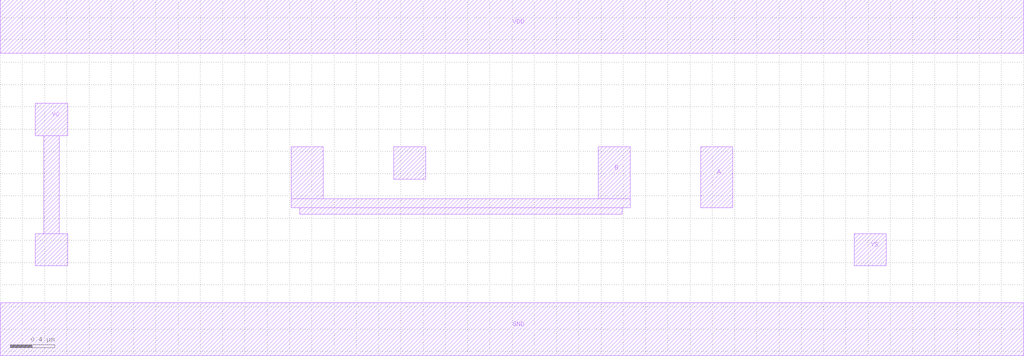
<source format=lef>
MACRO HAX1
 CLASS CORE ;
 ORIGIN 0 0 ;
 FOREIGN HAX1 0 0 ;
 SITE CORE ;
 SYMMETRY X Y R90 ;
  PIN VDD
   DIRECTION INOUT ;
   USE SIGNAL ;
   SHAPE ABUTMENT ;
    PORT
     CLASS CORE ;
       LAYER metal2 ;
        RECT 0.00000000 2.48000000 9.20000000 2.96000000 ;
    END
  END VDD

  PIN GND
   DIRECTION INOUT ;
   USE SIGNAL ;
   SHAPE ABUTMENT ;
    PORT
     CLASS CORE ;
       LAYER metal2 ;
        RECT 0.00000000 -0.24000000 9.20000000 0.24000000 ;
    END
  END GND

  PIN YC
   DIRECTION INOUT ;
   USE SIGNAL ;
   SHAPE ABUTMENT ;
    PORT
     CLASS CORE ;
       LAYER metal2 ;
        RECT 0.31500000 0.57000000 0.60500000 0.86000000 ;
        RECT 0.39000000 0.86000000 0.53000000 1.74000000 ;
        RECT 0.31500000 1.74000000 0.60500000 2.03000000 ;
    END
  END YC

  PIN YS
   DIRECTION INOUT ;
   USE SIGNAL ;
   SHAPE ABUTMENT ;
    PORT
     CLASS CORE ;
       LAYER metal2 ;
        RECT 7.67500000 0.57000000 7.96500000 0.86000000 ;
    END
  END YS

  PIN B
   DIRECTION INOUT ;
   USE SIGNAL ;
   SHAPE ABUTMENT ;
    PORT
     CLASS CORE ;
       LAYER metal2 ;
        RECT 2.69000000 1.03500000 5.59000000 1.09000000 ;
        RECT 2.61500000 1.09000000 5.66500000 1.17500000 ;
        RECT 2.61500000 1.17500000 2.90500000 1.64000000 ;
        RECT 5.37500000 1.17500000 5.66500000 1.64000000 ;
    END
  END B

  PIN A
   DIRECTION INOUT ;
   USE SIGNAL ;
   SHAPE ABUTMENT ;
    PORT
     CLASS CORE ;
       LAYER metal2 ;
        RECT 3.53500000 1.35000000 3.82500000 1.64000000 ;
       LAYER metal2 ;
        RECT 6.29500000 1.09000000 6.58500000 1.64000000 ;
       LAYER metal2 ;
        RECT 6.29500000 1.09000000 6.58500000 1.64000000 ;
    END
  END A


END HAX1

</source>
